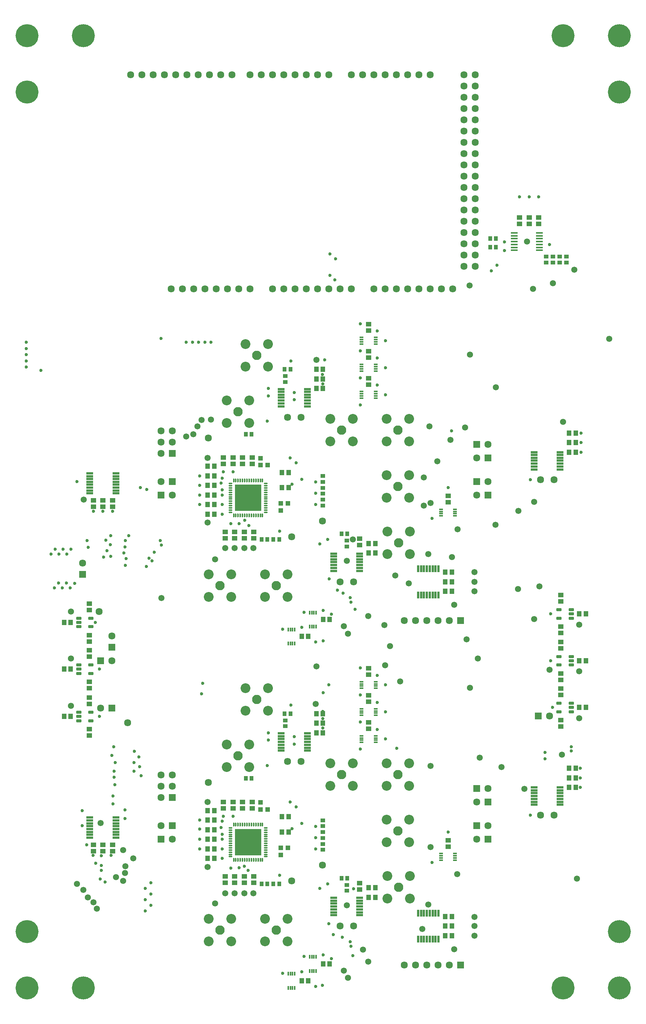
<source format=gbr>
%FSTAX23Y23*%
%MOIN*%
%SFA1B1*%

%IPPOS*%
%AMD40*
4,1,8,0.021900,-0.009800,0.021900,0.009800,0.017700,0.014000,-0.017700,0.014000,-0.021900,0.009800,-0.021900,-0.009800,-0.017700,-0.014000,0.017700,-0.014000,0.021900,-0.009800,0.0*
1,1,0.008425,0.017700,-0.009800*
1,1,0.008425,0.017700,0.009800*
1,1,0.008425,-0.017700,0.009800*
1,1,0.008425,-0.017700,-0.009800*
%
%ADD30O,0.033937X0.014252*%
%ADD31O,0.014252X0.033937*%
%ADD32R,0.238267X0.238267*%
%ADD33R,0.045748X0.041811*%
%ADD34R,0.041811X0.035905*%
%ADD35R,0.062992X0.013780*%
%ADD36R,0.035905X0.041811*%
%ADD37R,0.062480X0.022126*%
%ADD38R,0.041811X0.045748*%
%ADD39R,0.037874X0.016220*%
G04~CAMADD=40~8~0.0~0.0~280.3~437.8~42.1~0.0~15~0.0~0.0~0.0~0.0~0~0.0~0.0~0.0~0.0~0~0.0~0.0~0.0~270.0~438.0~280.0*
%ADD40D40*%
%ADD41R,0.022126X0.062480*%
%ADD42R,0.016220X0.037874*%
%ADD43R,0.039842X0.039842*%
%ADD44R,0.039842X0.039842*%
%ADD45C,0.204409*%
%ADD46C,0.063464*%
%ADD47C,0.087086*%
%ADD48R,0.063464X0.063464*%
%ADD49C,0.083149*%
%ADD50R,0.063464X0.063464*%
%ADD51C,0.029409*%
%ADD52C,0.054409*%
%LNcfd_2channel_soldermask_top-1*%
%LPD*%
G54D30*
X01959Y01572D03*
Y01553D03*
Y01533D03*
Y01513D03*
Y01494D03*
Y01474D03*
Y01454D03*
Y01435D03*
Y01415D03*
Y01395D03*
Y01376D03*
Y01356D03*
Y01336D03*
Y01317D03*
X0227D03*
Y01336D03*
Y01356D03*
Y01376D03*
Y01395D03*
Y01415D03*
Y01435D03*
Y01454D03*
Y01474D03*
Y01494D03*
Y01513D03*
Y01533D03*
Y01553D03*
Y01572D03*
X01959Y04627D03*
Y04608D03*
Y04588D03*
Y04568D03*
Y04549D03*
Y04529D03*
Y04509D03*
Y0449D03*
Y0447D03*
Y0445D03*
Y04431D03*
Y04411D03*
Y04391D03*
Y04372D03*
X0227D03*
Y04391D03*
Y04411D03*
Y04431D03*
Y0445D03*
Y0447D03*
Y0449D03*
Y04509D03*
Y04529D03*
Y04549D03*
Y04568D03*
Y04588D03*
Y04608D03*
Y04627D03*
G54D31*
X01987Y01289D03*
X02006D03*
X02026D03*
X02046D03*
X02065D03*
X02085D03*
X02105D03*
X02124D03*
X02144D03*
X02164D03*
X02183D03*
X02203D03*
X02223D03*
X02242D03*
Y016D03*
X02223D03*
X02203D03*
X02183D03*
X02164D03*
X02144D03*
X02124D03*
X02105D03*
X02085D03*
X02065D03*
X02046D03*
X02026D03*
X02006D03*
X01987D03*
Y04344D03*
X02006D03*
X02026D03*
X02046D03*
X02065D03*
X02085D03*
X02105D03*
X02124D03*
X02144D03*
X02164D03*
X02183D03*
X02203D03*
X02223D03*
X02242D03*
Y04655D03*
X02223D03*
X02203D03*
X02183D03*
X02164D03*
X02144D03*
X02124D03*
X02105D03*
X02085D03*
X02065D03*
X02046D03*
X02026D03*
X02006D03*
X01987D03*
G54D32*
X02115Y01445D03*
Y045D03*
G54D33*
X04695Y06931D03*
Y06988D03*
X0461Y06931D03*
Y06988D03*
X04525Y06931D03*
Y06988D03*
X01895Y04801D03*
X0191Y04198D03*
X01895Y01746D03*
X0191Y01143D03*
X0389Y04518D03*
X03185Y06043D03*
Y05803D03*
Y05563D03*
X03105Y04138D03*
X0489Y03301D03*
Y03638D03*
Y03223D03*
X02165Y04141D03*
X0208D03*
X0489Y02886D03*
Y02808D03*
X03185Y02988D03*
Y02748D03*
Y02508D03*
X0489Y02471D03*
X0389Y01463D03*
X03105Y01083D03*
X02165Y01086D03*
X0208D03*
X02065Y04858D03*
X01895D03*
X0198D03*
X01995Y04141D03*
X0191D03*
X0091Y04421D03*
X0074D03*
X00825D03*
X00705Y03563D03*
Y03148D03*
Y03226D03*
Y02728D03*
Y02811D03*
Y02391D03*
X02065Y01803D03*
X0198D03*
X01895D03*
X01995Y01086D03*
X0191D03*
X00825Y01366D03*
X0091D03*
X0074D03*
X0215Y01803D03*
Y01746D03*
X03105Y01026D03*
X03185Y02691D03*
Y02451D03*
Y02931D03*
X01995Y01143D03*
X0198Y01746D03*
X0389Y01406D03*
X0208Y01143D03*
X02065Y01746D03*
X02165Y01143D03*
Y04198D03*
X02065Y04801D03*
X0208Y04198D03*
X0389Y04461D03*
X0198Y04801D03*
X01995Y04198D03*
X03185Y05986D03*
Y05506D03*
Y05746D03*
X03105Y04081D03*
X0215Y04858D03*
Y04801D03*
X0489Y02528D03*
X00705Y02671D03*
X0489Y02751D03*
X00705Y02448D03*
X0489Y03358D03*
Y02943D03*
Y03581D03*
Y03166D03*
X00705Y03506D03*
Y03091D03*
Y03283D03*
Y02868D03*
X0074Y04478D03*
X00825D03*
X0091D03*
X0074Y01423D03*
X00825D03*
X0091D03*
G54D34*
X0494Y06589D03*
Y0664D03*
X0482Y06589D03*
Y0664D03*
X0488Y06589D03*
Y0664D03*
X0476Y06589D03*
Y0664D03*
X02779Y04643D03*
Y04538D03*
Y04433D03*
Y01588D03*
Y01483D03*
Y01378D03*
Y01639D03*
X02445Y02525D03*
Y02474D03*
X02779Y01534D03*
X0299Y01065D03*
Y01014D03*
X02779Y01429D03*
Y04484D03*
X0299Y0412D03*
Y04069D03*
X02779Y04589D03*
X02445Y0558D03*
Y05529D03*
X02779Y04694D03*
G54D35*
X047Y06851D03*
Y06826D03*
Y068D03*
Y06775D03*
Y06749D03*
Y06723D03*
Y06698D03*
X04479D03*
Y06723D03*
Y06749D03*
Y06775D03*
Y068D03*
Y06826D03*
Y06851D03*
G54D36*
X04264Y06725D03*
X04315D03*
Y068D03*
X04264D03*
X0249Y0564D03*
X02145Y05065D03*
X02944Y0418D03*
X02285Y0413D03*
X0239D03*
X0249Y02585D03*
X02145Y0201D03*
X02944Y01125D03*
X02285Y01075D03*
X0239D03*
X02094Y0201D03*
X02339Y01075D03*
X02234D03*
X02439Y02585D03*
X02995Y01125D03*
Y0418D03*
X02439Y0564D03*
X02234Y0413D03*
X02339D03*
X02094Y05065D03*
G54D37*
X04654Y04804D03*
X02409Y05364D03*
Y02309D03*
X04654Y01829D03*
X02874Y03904D03*
Y00849D03*
X04654Y04753D03*
X02409Y05313D03*
X02874Y03853D03*
X04654Y01778D03*
X02409Y02258D03*
X02874Y00798D03*
X00709Y04642D03*
Y01664D03*
Y01638D03*
Y01587D03*
Y01485D03*
X04654Y04906D03*
Y04881D03*
Y04855D03*
Y0483D03*
Y04778D03*
X04885Y04753D03*
Y04778D03*
Y04804D03*
Y0483D03*
Y04855D03*
Y04881D03*
Y04906D03*
X02409Y02411D03*
Y02386D03*
Y0236D03*
Y02335D03*
Y02283D03*
X0264Y02258D03*
Y02283D03*
Y02309D03*
Y02335D03*
Y0236D03*
Y02386D03*
Y02411D03*
X02874Y00951D03*
Y00926D03*
Y009D03*
Y00875D03*
Y00823D03*
X03105Y00798D03*
Y00823D03*
Y00849D03*
Y00875D03*
Y009D03*
Y00926D03*
Y00951D03*
X02874Y04006D03*
Y03981D03*
Y03955D03*
Y0393D03*
Y03878D03*
X03105Y03853D03*
Y03878D03*
Y03904D03*
Y0393D03*
Y03955D03*
Y03981D03*
Y04006D03*
X02409Y05466D03*
Y05441D03*
Y05415D03*
Y0539D03*
Y05338D03*
X0264Y05313D03*
Y05338D03*
Y05364D03*
Y0539D03*
Y05415D03*
Y05441D03*
Y05466D03*
X04885Y01931D03*
Y01906D03*
Y0188D03*
Y01855D03*
Y01829D03*
Y01803D03*
Y01778D03*
X04654Y01803D03*
Y01855D03*
Y0188D03*
Y01906D03*
Y01931D03*
X0094Y0454D03*
Y04566D03*
Y04591D03*
Y04617D03*
Y04642D03*
Y04668D03*
Y04693D03*
Y04719D03*
X00709D03*
Y04693D03*
Y04668D03*
Y04617D03*
Y04591D03*
Y04566D03*
Y0454D03*
Y01511D03*
Y01536D03*
Y01562D03*
Y01613D03*
X0094Y01664D03*
Y01638D03*
Y01613D03*
Y01587D03*
Y01562D03*
Y01536D03*
Y01511D03*
Y01485D03*
G54D38*
X01813Y0444D03*
Y01385D03*
X05023Y05075D03*
Y0499D03*
Y04905D03*
X03243Y04095D03*
X05056Y0347D03*
X03923Y0384D03*
Y03755D03*
X03243Y0401D03*
X03923Y0367D03*
X02777Y05555D03*
Y0564D03*
Y0547D03*
X02473Y0459D03*
Y04725D03*
X02838Y0342D03*
X02648Y0327D03*
X05056Y03055D03*
Y0264D03*
X05023Y02015D03*
Y021D03*
Y0193D03*
X03923Y007D03*
Y00785D03*
Y00615D03*
X03243Y00955D03*
Y0104D03*
X02777Y025D03*
Y02585D03*
Y02415D03*
X02473Y01535D03*
Y0167D03*
X02838Y00365D03*
X02648Y00215D03*
X01756Y0478D03*
Y0461D03*
Y04695D03*
Y0444D03*
Y04525D03*
Y04355D03*
X00538Y03395D03*
Y0298D03*
Y0256D03*
X01756Y01725D03*
Y0164D03*
Y01555D03*
Y0147D03*
Y01385D03*
Y013D03*
X04966Y05075D03*
Y04905D03*
Y0499D03*
X0272Y02585D03*
Y025D03*
Y02415D03*
X03186Y0104D03*
Y00955D03*
X03866Y00785D03*
Y007D03*
Y00615D03*
X02781Y00365D03*
X02591Y00215D03*
X01813Y0147D03*
Y013D03*
X02416Y0167D03*
X01813Y01555D03*
Y0164D03*
Y01725D03*
X02416Y01535D03*
X01813Y0478D03*
Y04695D03*
Y0461D03*
X02416Y0459D03*
Y04725D03*
X01813Y04355D03*
Y04525D03*
X02591Y0327D03*
X02781Y0342D03*
X03866Y0367D03*
Y03755D03*
Y0384D03*
X03186Y0401D03*
Y04095D03*
X0272Y0547D03*
Y05555D03*
Y0564D03*
X05113Y0264D03*
X00481Y0256D03*
X05113Y0347D03*
Y03055D03*
X00481Y03395D03*
Y0298D03*
X04966Y0193D03*
Y02015D03*
Y021D03*
G54D39*
X03827Y0434D03*
X03122Y05865D03*
Y05385D03*
Y05625D03*
Y0281D03*
Y0257D03*
X03827Y01285D03*
X03122Y0233D03*
X03247Y02629D03*
Y02609D03*
Y0259D03*
Y0257D03*
X03122Y0259D03*
Y02609D03*
Y02629D03*
X03247Y02389D03*
Y02369D03*
Y0235D03*
Y0233D03*
X03122Y0235D03*
Y02369D03*
Y02389D03*
X03247Y02869D03*
Y02849D03*
Y0283D03*
Y0281D03*
X03122Y0283D03*
Y02849D03*
Y02869D03*
X03952Y01344D03*
Y01324D03*
Y01305D03*
Y01285D03*
X03827Y01305D03*
Y01324D03*
Y01344D03*
X03952Y04399D03*
Y04379D03*
Y0436D03*
Y0434D03*
X03827Y0436D03*
Y04379D03*
Y04399D03*
X03122Y05924D03*
Y05904D03*
Y05885D03*
X03247Y05865D03*
Y05885D03*
Y05904D03*
Y05924D03*
X03122Y05444D03*
Y05424D03*
Y05405D03*
X03247Y05385D03*
Y05405D03*
Y05424D03*
Y05444D03*
X03122Y05684D03*
Y05664D03*
Y05645D03*
X03247Y05625D03*
Y05645D03*
Y05664D03*
Y05684D03*
G54D40*
X04984Y0347D03*
Y03055D03*
Y0264D03*
X0061Y03395D03*
Y0298D03*
Y0256D03*
X04875Y02602D03*
Y02677D03*
X04984D03*
Y02602D03*
X0061Y02597D03*
Y02522D03*
X00719D03*
Y02597D03*
X04984Y03432D03*
Y03507D03*
X04875D03*
Y03432D03*
Y03017D03*
Y03092D03*
X04984D03*
Y03017D03*
X0061Y03432D03*
Y03357D03*
X00719D03*
Y03432D03*
X0061Y03017D03*
Y02942D03*
X00719D03*
Y03017D03*
G54D41*
X03702Y03639D03*
Y00584D03*
X03804Y00815D03*
X03778D03*
X03753D03*
X03727D03*
X03702D03*
X03676D03*
X03651D03*
X03625D03*
Y00584D03*
X03651D03*
X03676D03*
X03727D03*
X03753D03*
X03778D03*
X03804D03*
Y0387D03*
X03778D03*
X03753D03*
X03727D03*
X03702D03*
X03676D03*
X03651D03*
X03625D03*
Y03639D03*
X03651D03*
X03676D03*
X03727D03*
X03753D03*
X03778D03*
X03804D03*
G54D42*
X0266Y03482D03*
X0247Y03332D03*
X0266Y00427D03*
X0247Y00277D03*
X02719Y00302D03*
X02699D03*
X0268D03*
X0266D03*
X0268Y00427D03*
X02699D03*
X02719D03*
X02529Y00152D03*
X02509D03*
X0249D03*
X0247D03*
X0249Y00277D03*
X02509D03*
X02529D03*
Y03207D03*
X02509D03*
X0249D03*
X0247D03*
X0249Y03332D03*
X02509D03*
X02529D03*
X02719Y03357D03*
X02699D03*
X0268D03*
X0266D03*
X0268Y03482D03*
X02699D03*
X02719D03*
G54D43*
X02225Y01735D03*
X02287D03*
X02225Y01797D03*
Y0479D03*
X02287D03*
X02225Y04852D03*
G54D44*
X02405Y01395D03*
Y01332D03*
X02467Y01395D03*
X02405Y0445D03*
Y04387D03*
X02467Y0445D03*
G54D45*
X0491Y0015D03*
X0541Y0065D03*
Y081D03*
X0491Y086D03*
X0065Y0015D03*
X0015Y0065D03*
Y081D03*
X0065Y086D03*
X0015D03*
Y0015D03*
X0541Y086D03*
Y0015D03*
G54D46*
X0471Y0466D03*
X02465Y05215D03*
Y0216D03*
X0471Y01685D03*
X0293Y03755D03*
Y007D03*
X00645Y0392D03*
X0413Y06555D03*
X0403D03*
X0203Y06355D03*
X0193D03*
X0137Y08255D03*
X0483Y0466D03*
X0134Y04895D03*
X0144Y04995D03*
X0134D03*
X0144Y05095D03*
X0134D03*
Y0184D03*
X0144Y0194D03*
X0134D03*
X0144Y0204D03*
X0134D03*
X02585Y0216D03*
X0305Y007D03*
X0176Y01975D03*
X039Y00355D03*
X038D03*
X037D03*
X036D03*
X035D03*
X025Y011D03*
X02775Y0124D03*
X0134Y0159D03*
X0144Y0147D03*
X04245Y0192D03*
X04145Y018D03*
X04245Y0159D03*
X04145Y0147D03*
X02775Y04295D03*
X0176Y0503D03*
X04245Y04645D03*
X04145Y04525D03*
X04245Y04975D03*
X04145Y04855D03*
X0134Y04645D03*
X0144Y04525D03*
X025Y04155D03*
X039Y0341D03*
X038D03*
X037D03*
X036D03*
X035D03*
X0305Y03755D03*
X02585Y05215D03*
X0479Y02565D03*
X00805Y02635D03*
X00905Y03055D03*
Y03275D03*
X0483Y01685D03*
X0243Y06355D03*
X0263D03*
X0253D03*
X0283D03*
X0273D03*
X0303D03*
X0293D03*
X0233D03*
X0413Y06655D03*
X0403D03*
X0413Y06955D03*
Y06855D03*
Y06755D03*
Y07055D03*
X0403Y06955D03*
Y06855D03*
Y06755D03*
Y07055D03*
X0413Y07455D03*
Y07355D03*
X0403D03*
X0413Y07255D03*
X0403D03*
X0413Y07155D03*
X0403D03*
Y07455D03*
X0413Y07755D03*
Y07655D03*
Y07555D03*
Y07855D03*
X0403Y07755D03*
Y07655D03*
Y07555D03*
Y07855D03*
X0313Y08255D03*
X0333D03*
X0323D03*
X0353D03*
X0343D03*
X0373D03*
X0363D03*
X0303D03*
X0223D03*
X0243D03*
X0233D03*
X0263D03*
X0253D03*
X0283D03*
X0273D03*
X0157D03*
X0147D03*
X0177D03*
X0167D03*
X0117D03*
X0107D03*
X0127D03*
X0197D03*
X0187D03*
X0213D03*
X0413D03*
Y08155D03*
X0403D03*
X0413Y08055D03*
X0403D03*
X0413Y07955D03*
X0403D03*
Y08255D03*
X0333Y06355D03*
X0353D03*
X0343D03*
X0373D03*
X0363D03*
X0393D03*
X0383D03*
X0323D03*
X0153D03*
X0173D03*
X0163D03*
X0183D03*
X0213D03*
X0143D03*
X01045Y02505D03*
X0079Y0349D03*
G54D47*
X03545Y052D03*
X03345D03*
X03545Y05D03*
X03345Y047D03*
Y05D03*
X03545Y045D03*
Y047D03*
X0355Y042D03*
X0335D03*
X03345Y045D03*
X0355Y04D03*
X0335D03*
X02845Y052D03*
X0229Y05665D03*
Y05865D03*
X03045Y052D03*
Y05D03*
X02845D03*
X02125Y05165D03*
Y05365D03*
X02465Y0362D03*
Y0382D03*
X02265Y0362D03*
Y0382D03*
X03545Y01645D03*
Y01945D03*
X0355Y01145D03*
Y00945D03*
X03545Y02145D03*
X03345Y01645D03*
Y01945D03*
X03545Y01445D03*
X0335Y01145D03*
X03345Y01445D03*
Y02145D03*
X0335Y00945D03*
X02845Y02145D03*
X0229Y0261D03*
Y0281D03*
X03045Y02145D03*
Y01945D03*
X02845D03*
X02125Y0211D03*
Y0231D03*
X02465Y00565D03*
Y00765D03*
X02265Y00565D03*
Y00765D03*
X0209Y05865D03*
Y05665D03*
X01925Y05165D03*
Y05365D03*
X0209Y0281D03*
Y0261D03*
X01965Y0382D03*
Y0362D03*
X01925Y0211D03*
Y0231D03*
X01765Y0362D03*
Y0382D03*
X01965Y00765D03*
Y00565D03*
X01765D03*
Y00765D03*
G54D48*
X0144Y04895D03*
Y0184D03*
X00645Y0382D03*
X00905Y03175D03*
G54D49*
X02365Y00665D03*
X02025Y0221D03*
X01865Y00665D03*
X02945Y02045D03*
X0219Y0271D03*
X03445Y02045D03*
X0345Y01045D03*
X03445Y01545D03*
X0345Y041D03*
X03445Y046D03*
X0219Y05765D03*
X03445Y051D03*
X01865Y0372D03*
X02945Y051D03*
X02365Y0372D03*
X02025Y05265D03*
G54D50*
X04Y00355D03*
X0144Y0159D03*
X0134Y0147D03*
X04145Y0192D03*
X04245Y018D03*
X04145Y0159D03*
X04245Y0147D03*
X04145Y04645D03*
X04245Y04525D03*
X04145Y04975D03*
X04245Y04855D03*
X0144Y04645D03*
X0134Y04525D03*
X04Y0341D03*
X0469Y02565D03*
X00905Y02635D03*
X00805Y03055D03*
G54D51*
X02028Y01531D03*
X02071D03*
X02115D03*
X02158D03*
X02201D03*
X02028Y01488D03*
X02071D03*
X02115D03*
X02158D03*
X02201D03*
X02028Y01445D03*
X02071D03*
X02115D03*
X02158D03*
X02201D03*
X02028Y01401D03*
X02071D03*
X02115D03*
X02158D03*
X02201D03*
X02028Y01358D03*
X02071D03*
X02115D03*
X02158D03*
X02201D03*
X02028Y04586D03*
X02071D03*
X02115D03*
X02158D03*
X02201D03*
X02028Y04543D03*
X02071D03*
X02115D03*
X02158D03*
X02201D03*
X02028Y045D03*
X02071D03*
X02115D03*
X02158D03*
X02201D03*
X02028Y04456D03*
X02071D03*
X02115D03*
X02158D03*
X02201D03*
X02028Y04413D03*
X02071D03*
X02115D03*
X02158D03*
X02201D03*
X01335Y0412D03*
X0305Y0103D03*
X03436Y02278D03*
X0326Y02925D03*
X03335Y0284D03*
X03749Y01264D03*
X05065Y021D03*
X0507Y0499D03*
Y05075D03*
Y04905D03*
X04985Y0229D03*
X04273Y06516D03*
X0284Y06475D03*
X02841Y06666D03*
X02885Y06435D03*
X0289Y0662D03*
X02523Y05435D03*
X04325Y06565D03*
X0479Y06747D03*
X0439Y06773D03*
X04525Y0717D03*
X0461D03*
X04695D03*
X0439Y06695D03*
X05065Y0193D03*
Y02015D03*
X0081Y01325D03*
X00642Y01725D03*
X0064Y0159D03*
X0068Y0142D03*
X00738Y01327D03*
X00898D03*
X0081Y01237D03*
X0076Y01257D03*
X02777Y02458D03*
X02777Y02542D03*
X02778Y0551D03*
X02775Y05595D03*
X0091Y0438D03*
X00825D03*
X0074D03*
X01685Y01385D03*
Y0147D03*
Y01642D03*
Y0156D03*
Y04695D03*
Y0461D03*
Y0444D03*
Y04525D03*
X01875Y0463D03*
X01886Y04675D03*
X0173Y05882D03*
X01675D03*
X0162D03*
X01565D03*
X01785D03*
X0134Y05915D03*
X00145Y0566D03*
X00275Y0563D03*
X00145Y0588D03*
Y05825D03*
Y0577D03*
Y05715D03*
X0198Y0473D03*
X01895D03*
X03063Y0351D03*
X02907Y0368D03*
X0278Y0277D03*
X02777Y02606D03*
X0212Y04255D03*
X00845Y0109D03*
X02034Y01217D03*
X0125Y01085D03*
X02115Y01195D03*
X0208Y0123D03*
X00802Y01117D03*
X012Y00835D03*
X0081Y01195D03*
X01886Y01631D03*
X01885Y01515D03*
Y0457D03*
X02085Y043D03*
X01874Y01576D03*
X004Y04045D03*
X0054D03*
X00365Y04D03*
X00505D03*
X0047Y04045D03*
X00435Y04D03*
X00465Y037D03*
X00573Y03742D03*
X005Y03745D03*
X00535Y037D03*
X0043Y03745D03*
X00395Y037D03*
X00925Y02075D03*
Y0202D03*
X0093Y01955D03*
X00935Y0215D03*
X00905Y02215D03*
X0092Y0229D03*
X01165Y02035D03*
X011Y02075D03*
X0115Y02115D03*
X011Y0215D03*
X01145Y022D03*
X01105Y0225D03*
X0171Y02855D03*
X017Y0276D03*
X0283Y0284D03*
X0086Y0403D03*
X0083Y03975D03*
X00895Y0398D03*
X0089Y04085D03*
X0085Y04125D03*
X00895Y04165D03*
X00685Y0412D03*
X00695Y0406D03*
X01025Y039D03*
X0103Y0396D03*
X0101Y0401D03*
X0102Y04065D03*
X01025Y0412D03*
X01055Y04165D03*
X04985Y02255D03*
X0475Y02185D03*
Y0224D03*
X00595Y04645D03*
X01157Y04593D03*
X01216Y04576D03*
X03028Y00521D03*
X02855Y00412D03*
X03046Y00438D03*
X0302Y0056D03*
X0102Y0173D03*
Y01655D03*
X00915Y01855D03*
Y01785D03*
X00795Y0256D03*
X0283Y0072D03*
X0287Y00625D03*
X02835Y0378D03*
X03028Y03576D03*
X02957Y03655D03*
X02855Y03467D03*
X0302Y03615D03*
X02495Y0266D03*
X02715Y0322D03*
X0462Y0466D03*
X04818Y0264D03*
X048Y03055D03*
X0242Y03335D03*
X0278Y0323D03*
Y035D03*
X02775Y00175D03*
X0278Y00445D03*
X00757Y03395D03*
X01345Y04082D03*
X0126Y0394D03*
X0121Y0389D03*
X01235Y03964D03*
X0128Y04019D03*
X0125Y00985D03*
X012Y01035D03*
X0125Y00885D03*
X012Y00935D03*
X00795Y0298D03*
X0259Y00295D03*
X02715Y00165D03*
X0311Y0299D03*
X02487Y018D03*
X0254Y01758D03*
X0389Y01535D03*
X02506Y01565D03*
X0259Y0161D03*
X02523Y0238D03*
X02295Y02415D03*
X02523Y02315D03*
X02295Y0235D03*
X02285Y02125D03*
X0295Y006D03*
X0275Y01035D03*
X0282Y01075D03*
X0311Y0251D03*
Y0227D03*
X0261Y0043D03*
X0242Y0028D03*
X0311Y0275D03*
X03335Y026D03*
Y0236D03*
X02715Y01585D03*
Y01485D03*
Y01385D03*
X01885Y013D03*
Y01385D03*
X01895Y01675D03*
X0198D03*
X02395Y0115D03*
X02487Y04855D03*
X02295Y0547D03*
X02523Y0537D03*
X02295Y05405D03*
X0275Y0409D03*
X0259Y04665D03*
X0261Y03485D03*
X02495Y05715D03*
X02795Y05725D03*
X02715Y0444D03*
Y0454D03*
Y0464D03*
X0254Y04813D03*
X02285Y0518D03*
X0462Y01685D03*
X048Y0347D03*
X01885Y0147D03*
X0326Y02685D03*
Y02445D03*
X0196Y01215D03*
X02395Y04205D03*
X02035Y0427D03*
X01885Y04355D03*
Y0444D03*
X03335Y05415D03*
Y05655D03*
Y05895D03*
X0392Y05095D03*
X0282Y0413D03*
X02506Y0462D03*
X0259Y0335D03*
X0311Y05805D03*
Y05565D03*
X0326Y0574D03*
Y055D03*
X0311Y05325D03*
Y06045D03*
X0326Y0598D03*
X03749Y04319D03*
X0389Y0459D03*
X01885Y04525D03*
X0196Y0427D03*
G54D52*
X03925Y03975D03*
X0342Y0381D03*
X0318Y03453D03*
X0431Y0426D03*
X04645Y06355D03*
X04315Y0548D03*
X04085Y02815D03*
X03465Y0287D03*
X0272Y03005D03*
X0532Y0591D03*
X0482Y06405D03*
X05035Y0112D03*
X0501Y06525D03*
X05055Y03375D03*
X04085Y0577D03*
X0408Y06385D03*
X03675Y0468D03*
X03045Y0413D03*
X03675Y0443D03*
X03795Y04825D03*
X0391Y05015D03*
X0404Y05125D03*
X0459Y06775D03*
X0491Y05175D03*
X04125Y0367D03*
Y03755D03*
Y0384D03*
Y00615D03*
Y007D03*
Y0078D03*
X01025Y01232D03*
X0216Y0099D03*
X0208D03*
X01995D03*
X0191D03*
X0182Y009D03*
X0216Y04055D03*
X0208D03*
X01995D03*
X0191D03*
X01755Y04855D03*
X017Y0519D03*
X01785Y05195D03*
X01665Y05135D03*
X01627Y05065D03*
X04515Y04385D03*
X04655Y04465D03*
X047Y03715D03*
X04655Y03425D03*
X03375Y03185D03*
X03325Y0337D03*
X02715Y0267D03*
X049Y0222D03*
X01005Y01375D03*
X01565Y05045D03*
X0077Y00855D03*
X0074Y0091D03*
X00595Y01075D03*
X0065Y0102D03*
X0069Y00955D03*
X01005Y011D03*
X01022Y01172D03*
X0094Y01135D03*
X01095Y013D03*
X0054Y0349D03*
X0451Y0369D03*
X0366Y00675D03*
X03715Y0089D03*
X0318Y00385D03*
X03542Y03742D03*
X03715Y04D03*
X03735Y0212D03*
X0479Y02975D03*
X0417Y02195D03*
X04567Y01917D03*
X04365Y0211D03*
X04055Y03245D03*
X04155Y03075D03*
X03975Y0422D03*
X0397Y0116D03*
X0333Y03015D03*
X02965Y0336D03*
X01344Y03612D03*
X00803Y01616D03*
X0054Y02655D03*
Y03075D03*
X00655Y04485D03*
X05055Y02545D03*
Y0296D03*
X03945Y00495D03*
X01755Y01225D03*
Y018D03*
X0299Y00885D03*
X03135Y0049D03*
X02965Y00305D03*
X03Y0024D03*
Y03295D03*
X0299Y0394D03*
X03945Y0355D03*
X03735Y014D03*
X0182Y03955D03*
X0272Y05725D03*
X03735Y04455D03*
X03725Y05135D03*
X01755Y0428D03*
M02*
</source>
